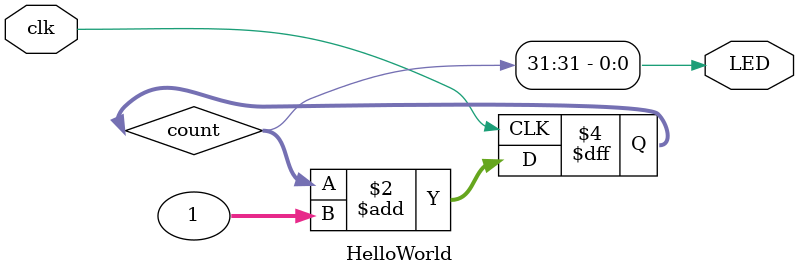
<source format=sv>
module HelloWorld (input wire clk, output wire LED); // The LED output.

reg [31:0] count; // 32 Bit counter

initial begin // Initialization like setup() in arduino

count <= 32'h00000000;	// Set count to be 0

end

always @ (posedge clk) begin // main loop()

count <= count + 1; // Increment

end

assign LED = count[31]; // Assign LED to be 25th bit.

endmodule
</source>
